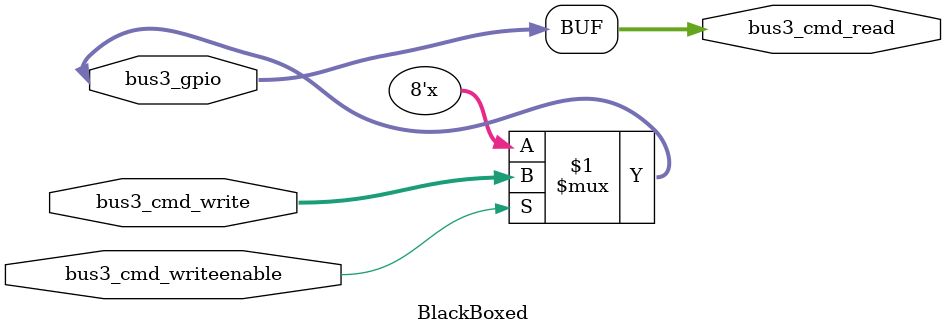
<source format=v>
module BlackBoxed
(
  output[7:0]  bus3_cmd_read ,
  input [7:0] bus3_cmd_write ,
  input  bus3_cmd_writeenable ,
  inout [7:0] bus3_gpio
);


  assign bus3_gpio = bus3_cmd_writeenable ? bus3_cmd_write : 8'bZZZZZZZZ;
  assign bus3_cmd_read = bus3_gpio;
endmodule

</source>
